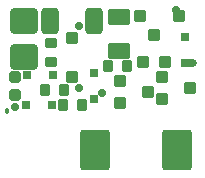
<source format=gts>
G04*
G04 #@! TF.GenerationSoftware,Altium Limited,Altium Designer,20.0.10 (225)*
G04*
G04 Layer_Color=7674933*
%FSLAX25Y25*%
%MOIN*%
G70*
G01*
G75*
%ADD31O,0.04488X0.02520*%
%ADD32O,0.01339X0.02520*%
G04:AMPARAMS|DCode=33|XSize=100mil|YSize=135.43mil|CornerRadius=12.21mil|HoleSize=0mil|Usage=FLASHONLY|Rotation=180.000|XOffset=0mil|YOffset=0mil|HoleType=Round|Shape=RoundedRectangle|*
%AMROUNDEDRECTD33*
21,1,0.10000,0.11102,0,0,180.0*
21,1,0.07559,0.13543,0,0,180.0*
1,1,0.02441,-0.03780,0.05551*
1,1,0.02441,0.03780,0.05551*
1,1,0.02441,0.03780,-0.05551*
1,1,0.02441,-0.03780,-0.05551*
%
%ADD33ROUNDEDRECTD33*%
G04:AMPARAMS|DCode=34|XSize=29.13mil|YSize=29.13mil|CornerRadius=5.12mil|HoleSize=0mil|Usage=FLASHONLY|Rotation=270.000|XOffset=0mil|YOffset=0mil|HoleType=Round|Shape=RoundedRectangle|*
%AMROUNDEDRECTD34*
21,1,0.02913,0.01890,0,0,270.0*
21,1,0.01890,0.02913,0,0,270.0*
1,1,0.01024,-0.00945,-0.00945*
1,1,0.01024,-0.00945,0.00945*
1,1,0.01024,0.00945,0.00945*
1,1,0.01024,0.00945,-0.00945*
%
%ADD34ROUNDEDRECTD34*%
G04:AMPARAMS|DCode=35|XSize=41.34mil|YSize=38.98mil|CornerRadius=6.1mil|HoleSize=0mil|Usage=FLASHONLY|Rotation=0.000|XOffset=0mil|YOffset=0mil|HoleType=Round|Shape=RoundedRectangle|*
%AMROUNDEDRECTD35*
21,1,0.04134,0.02677,0,0,0.0*
21,1,0.02913,0.03898,0,0,0.0*
1,1,0.01221,0.01457,-0.01339*
1,1,0.01221,-0.01457,-0.01339*
1,1,0.01221,-0.01457,0.01339*
1,1,0.01221,0.01457,0.01339*
%
%ADD35ROUNDEDRECTD35*%
G04:AMPARAMS|DCode=36|XSize=29.13mil|YSize=29.13mil|CornerRadius=5.12mil|HoleSize=0mil|Usage=FLASHONLY|Rotation=180.000|XOffset=0mil|YOffset=0mil|HoleType=Round|Shape=RoundedRectangle|*
%AMROUNDEDRECTD36*
21,1,0.02913,0.01890,0,0,180.0*
21,1,0.01890,0.02913,0,0,180.0*
1,1,0.01024,-0.00945,0.00945*
1,1,0.01024,0.00945,0.00945*
1,1,0.01024,0.00945,-0.00945*
1,1,0.01024,-0.00945,-0.00945*
%
%ADD36ROUNDEDRECTD36*%
G04:AMPARAMS|DCode=37|XSize=33.07mil|YSize=41.73mil|CornerRadius=5.51mil|HoleSize=0mil|Usage=FLASHONLY|Rotation=0.000|XOffset=0mil|YOffset=0mil|HoleType=Round|Shape=RoundedRectangle|*
%AMROUNDEDRECTD37*
21,1,0.03307,0.03071,0,0,0.0*
21,1,0.02205,0.04173,0,0,0.0*
1,1,0.01102,0.01102,-0.01535*
1,1,0.01102,-0.01102,-0.01535*
1,1,0.01102,-0.01102,0.01535*
1,1,0.01102,0.01102,0.01535*
%
%ADD37ROUNDEDRECTD37*%
G04:AMPARAMS|DCode=38|XSize=40.95mil|YSize=42.91mil|CornerRadius=6.3mil|HoleSize=0mil|Usage=FLASHONLY|Rotation=270.000|XOffset=0mil|YOffset=0mil|HoleType=Round|Shape=RoundedRectangle|*
%AMROUNDEDRECTD38*
21,1,0.04095,0.03032,0,0,270.0*
21,1,0.02835,0.04291,0,0,270.0*
1,1,0.01260,-0.01516,-0.01417*
1,1,0.01260,-0.01516,0.01417*
1,1,0.01260,0.01516,0.01417*
1,1,0.01260,0.01516,-0.01417*
%
%ADD38ROUNDEDRECTD38*%
G04:AMPARAMS|DCode=39|XSize=40.95mil|YSize=42.91mil|CornerRadius=6.3mil|HoleSize=0mil|Usage=FLASHONLY|Rotation=270.000|XOffset=0mil|YOffset=0mil|HoleType=Round|Shape=RoundedRectangle|*
%AMROUNDEDRECTD39*
21,1,0.04095,0.03032,0,0,270.0*
21,1,0.02835,0.04291,0,0,270.0*
1,1,0.01260,-0.01516,-0.01417*
1,1,0.01260,-0.01516,0.01417*
1,1,0.01260,0.01516,0.01417*
1,1,0.01260,0.01516,-0.01417*
%
%ADD39ROUNDEDRECTD39*%
G04:AMPARAMS|DCode=40|XSize=40.95mil|YSize=42.91mil|CornerRadius=6.3mil|HoleSize=0mil|Usage=FLASHONLY|Rotation=0.000|XOffset=0mil|YOffset=0mil|HoleType=Round|Shape=RoundedRectangle|*
%AMROUNDEDRECTD40*
21,1,0.04095,0.03032,0,0,0.0*
21,1,0.02835,0.04291,0,0,0.0*
1,1,0.01260,0.01417,-0.01516*
1,1,0.01260,-0.01417,-0.01516*
1,1,0.01260,-0.01417,0.01516*
1,1,0.01260,0.01417,0.01516*
%
%ADD40ROUNDEDRECTD40*%
G04:AMPARAMS|DCode=41|XSize=40.95mil|YSize=42.91mil|CornerRadius=6.3mil|HoleSize=0mil|Usage=FLASHONLY|Rotation=0.000|XOffset=0mil|YOffset=0mil|HoleType=Round|Shape=RoundedRectangle|*
%AMROUNDEDRECTD41*
21,1,0.04095,0.03032,0,0,0.0*
21,1,0.02835,0.04291,0,0,0.0*
1,1,0.01260,0.01417,-0.01516*
1,1,0.01260,-0.01417,-0.01516*
1,1,0.01260,-0.01417,0.01516*
1,1,0.01260,0.01417,0.01516*
%
%ADD41ROUNDEDRECTD41*%
G04:AMPARAMS|DCode=42|XSize=84.25mil|YSize=92.13mil|CornerRadius=10.63mil|HoleSize=0mil|Usage=FLASHONLY|Rotation=270.000|XOffset=0mil|YOffset=0mil|HoleType=Round|Shape=RoundedRectangle|*
%AMROUNDEDRECTD42*
21,1,0.08425,0.07087,0,0,270.0*
21,1,0.06299,0.09213,0,0,270.0*
1,1,0.02126,-0.03543,-0.03150*
1,1,0.02126,-0.03543,0.03150*
1,1,0.02126,0.03543,0.03150*
1,1,0.02126,0.03543,-0.03150*
%
%ADD42ROUNDEDRECTD42*%
G04:AMPARAMS|DCode=43|XSize=56.69mil|YSize=84.25mil|CornerRadius=7.87mil|HoleSize=0mil|Usage=FLASHONLY|Rotation=180.000|XOffset=0mil|YOffset=0mil|HoleType=Round|Shape=RoundedRectangle|*
%AMROUNDEDRECTD43*
21,1,0.05669,0.06850,0,0,180.0*
21,1,0.04095,0.08425,0,0,180.0*
1,1,0.01575,-0.02047,0.03425*
1,1,0.01575,0.02047,0.03425*
1,1,0.01575,0.02047,-0.03425*
1,1,0.01575,-0.02047,-0.03425*
%
%ADD43ROUNDEDRECTD43*%
G04:AMPARAMS|DCode=44|XSize=33.07mil|YSize=41.73mil|CornerRadius=5.51mil|HoleSize=0mil|Usage=FLASHONLY|Rotation=90.000|XOffset=0mil|YOffset=0mil|HoleType=Round|Shape=RoundedRectangle|*
%AMROUNDEDRECTD44*
21,1,0.03307,0.03071,0,0,90.0*
21,1,0.02205,0.04173,0,0,90.0*
1,1,0.01102,0.01535,0.01102*
1,1,0.01102,0.01535,-0.01102*
1,1,0.01102,-0.01535,-0.01102*
1,1,0.01102,-0.01535,0.01102*
%
%ADD44ROUNDEDRECTD44*%
G04:AMPARAMS|DCode=45|XSize=38.98mil|YSize=38.98mil|CornerRadius=6.1mil|HoleSize=0mil|Usage=FLASHONLY|Rotation=90.000|XOffset=0mil|YOffset=0mil|HoleType=Round|Shape=RoundedRectangle|*
%AMROUNDEDRECTD45*
21,1,0.03898,0.02677,0,0,90.0*
21,1,0.02677,0.03898,0,0,90.0*
1,1,0.01221,0.01339,0.01339*
1,1,0.01221,0.01339,-0.01339*
1,1,0.01221,-0.01339,-0.01339*
1,1,0.01221,-0.01339,0.01339*
%
%ADD45ROUNDEDRECTD45*%
G04:AMPARAMS|DCode=46|XSize=41.34mil|YSize=38.98mil|CornerRadius=6.1mil|HoleSize=0mil|Usage=FLASHONLY|Rotation=90.000|XOffset=0mil|YOffset=0mil|HoleType=Round|Shape=RoundedRectangle|*
%AMROUNDEDRECTD46*
21,1,0.04134,0.02677,0,0,90.0*
21,1,0.02913,0.03898,0,0,90.0*
1,1,0.01221,0.01339,0.01457*
1,1,0.01221,0.01339,-0.01457*
1,1,0.01221,-0.01339,-0.01457*
1,1,0.01221,-0.01339,0.01457*
%
%ADD46ROUNDEDRECTD46*%
G04:AMPARAMS|DCode=47|XSize=76.38mil|YSize=50.79mil|CornerRadius=7.28mil|HoleSize=0mil|Usage=FLASHONLY|Rotation=180.000|XOffset=0mil|YOffset=0mil|HoleType=Round|Shape=RoundedRectangle|*
%AMROUNDEDRECTD47*
21,1,0.07638,0.03622,0,0,180.0*
21,1,0.06181,0.05079,0,0,180.0*
1,1,0.01457,-0.03091,0.01811*
1,1,0.01457,0.03091,0.01811*
1,1,0.01457,0.03091,-0.01811*
1,1,0.01457,-0.03091,-0.01811*
%
%ADD47ROUNDEDRECTD47*%
%ADD48C,0.02913*%
D31*
X61910Y42126D02*
D03*
D32*
X787Y26181D02*
D03*
D33*
X57480Y13091D02*
D03*
X30118D02*
D03*
D34*
X15945Y28150D02*
D03*
X7283D02*
D03*
X7579Y38189D02*
D03*
X16240D02*
D03*
D35*
X45079Y57776D02*
D03*
X58071D02*
D03*
D36*
X60039Y42126D02*
D03*
Y50787D02*
D03*
X29921Y30413D02*
D03*
Y39075D02*
D03*
D37*
X19587Y28346D02*
D03*
X25886D02*
D03*
X19685Y33169D02*
D03*
X13386D02*
D03*
X40846Y41142D02*
D03*
X34547D02*
D03*
D38*
X52441Y37697D02*
D03*
X61693Y33957D02*
D03*
X38465Y36417D02*
D03*
X47717Y32677D02*
D03*
D39*
X52441Y30217D02*
D03*
X38464Y28937D02*
D03*
D40*
X49803Y51752D02*
D03*
X46063Y42500D02*
D03*
D41*
X53543Y42500D02*
D03*
D42*
X6496Y44291D02*
D03*
Y56102D02*
D03*
D43*
X15157Y56102D02*
D03*
X29724D02*
D03*
D44*
X15453Y42717D02*
D03*
Y49016D02*
D03*
D45*
X3642Y31496D02*
D03*
Y37716D02*
D03*
D46*
X22441Y50689D02*
D03*
Y37697D02*
D03*
D47*
X38287Y57677D02*
D03*
Y46260D02*
D03*
D48*
X24971Y34026D02*
D03*
X57284Y59842D02*
D03*
X32382Y32087D02*
D03*
X3445Y27657D02*
D03*
X24902Y54626D02*
D03*
M02*

</source>
